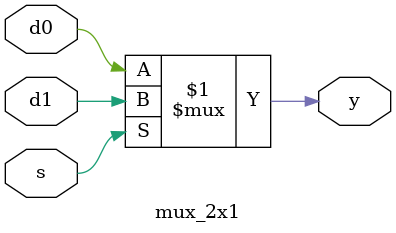
<source format=v>
module mux_2x1 (
    input d0, d1,
    input s,
    output y
);

assign y = s ? d1 : d0;

endmodule

</source>
